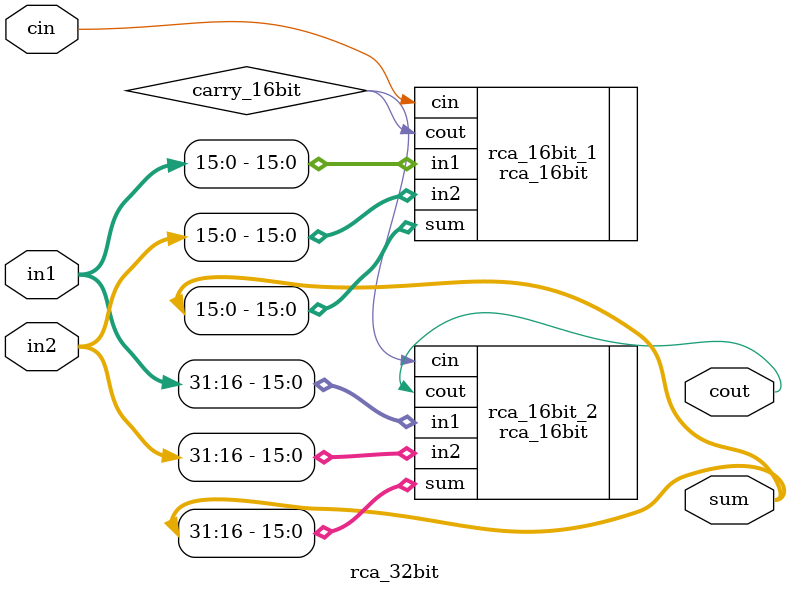
<source format=v>
`timescale 1ns / 1ps

/*
	Assignment 3, Group 63
	Team Members :-
	
	Pranav Nyati - 20CS30037
	Shreyas Jena - 20CS30049
	
*/

module rca_32bit(in1, in2, cin, sum, cout);

// Inputs

// in1 :- Stores the 1st 32-bit input no. to be added
// in2 :- Stores the 2nd 32-bit input no. to be added
// cin :- Passes the initial carry value to be used for bitwise addition at LSB position (least significant 16 bits)

input [31:0] in1, in2;
input cin;

// Outputs

// sum :- Stores the 32-bit no. containing sum values for each bitwise addition
// cout :- Returns the final carry value after 32-bit addition of in1 and in2

output [31:0] sum;
output cout;

// wire carry_16bit stores the intermediate carry from 16-bit addition of the least significant 16 bits of in1 and in2
wire carry_16bit;


// define the 32-bit RCA in terms of 2 cascading 16 bit RCA (first one for the Least Significant 16 bits => 0:15 bits; and next for remaining 16 bits => 16:31 bits)
    rca_16bit rca_16bit_1(.in1(in1[15:0]), .in2(in2[15:0]), .cin(cin), .sum(sum[15:0]), .cout(carry_16bit));
    rca_16bit rca_16bit_2(.in1(in1[31:16]), .in2(in2[31:16]), .cin(carry_16bit), .sum(sum[31:16]), .cout(cout));

endmodule
</source>
